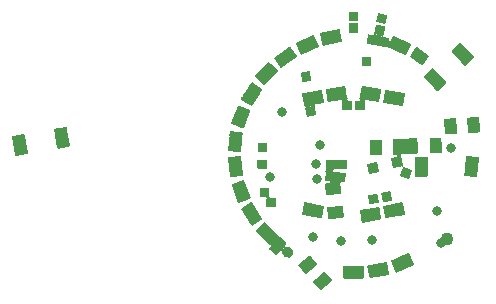
<source format=gbr>
%TF.GenerationSoftware,KiCad,Pcbnew,(5.1.9)-1*%
%TF.CreationDate,2021-06-08T21:22:11+02:00*%
%TF.ProjectId,Stonehenge,53746f6e-6568-4656-9e67-652e6b696361,rev?*%
%TF.SameCoordinates,Original*%
%TF.FileFunction,Soldermask,Top*%
%TF.FilePolarity,Negative*%
%FSLAX46Y46*%
G04 Gerber Fmt 4.6, Leading zero omitted, Abs format (unit mm)*
G04 Created by KiCad (PCBNEW (5.1.9)-1) date 2021-06-08 21:22:11*
%MOMM*%
%LPD*%
G01*
G04 APERTURE LIST*
%ADD10C,0.800000*%
%ADD11C,1.100000*%
%ADD12C,0.100000*%
G04 APERTURE END LIST*
%TO.C,REF\u002A\u002A*%
G36*
G01*
X77897275Y-72483352D02*
X77619438Y-70907660D01*
G75*
G02*
X77659996Y-70849738I49240J8682D01*
G01*
X78644803Y-70676090D01*
G75*
G02*
X78702725Y-70716648I8682J-49240D01*
G01*
X78980562Y-72292340D01*
G75*
G02*
X78940004Y-72350262I-49240J-8682D01*
G01*
X77955197Y-72523910D01*
G75*
G02*
X77897275Y-72483352I-8682J49240D01*
G01*
G37*
G36*
G01*
X74351967Y-73108486D02*
X74074130Y-71532794D01*
G75*
G02*
X74114688Y-71474872I49240J8682D01*
G01*
X75099495Y-71301224D01*
G75*
G02*
X75157417Y-71341782I8682J-49240D01*
G01*
X75435254Y-72917474D01*
G75*
G02*
X75394696Y-72975396I-49240J-8682D01*
G01*
X74409889Y-73149044D01*
G75*
G02*
X74351967Y-73108486I-8682J49240D01*
G01*
G37*
%TD*%
D10*
%TO.C,U1*%
X110080000Y-77830000D03*
X104540000Y-80290000D03*
X101960000Y-80350000D03*
X99600000Y-80040000D03*
X96980000Y-69430000D03*
X110380000Y-80530000D03*
D11*
X110940000Y-80150000D03*
G36*
G01*
X95885770Y-81020814D02*
X96721394Y-80024956D01*
G75*
G02*
X96791835Y-80018793I38302J-32139D01*
G01*
X97328067Y-80468745D01*
G75*
G02*
X97334230Y-80539186I-32139J-38302D01*
G01*
X96498606Y-81535044D01*
G75*
G02*
X96428165Y-81541207I-38302J32139D01*
G01*
X95891933Y-81091255D01*
G75*
G02*
X95885770Y-81020814I32139J38302D01*
G01*
G37*
G36*
G01*
X96996988Y-81050000D02*
X96996988Y-81050000D01*
G75*
G02*
X97611699Y-80885289I389711J-225000D01*
G01*
X97698301Y-80935289D01*
G75*
G02*
X97863012Y-81550000I-225000J-389711D01*
G01*
X97863012Y-81550000D01*
G75*
G02*
X97248301Y-81714711I-389711J225000D01*
G01*
X97161699Y-81664711D01*
G75*
G02*
X96996988Y-81050000I225000J389711D01*
G01*
G37*
G36*
G01*
X99891020Y-82347349D02*
X98971767Y-83118695D01*
G75*
G02*
X98901326Y-83112532I-32139J38302D01*
G01*
X98322817Y-82423092D01*
G75*
G02*
X98328980Y-82352651I38302J32139D01*
G01*
X99248233Y-81581305D01*
G75*
G02*
X99318674Y-81587468I32139J-38302D01*
G01*
X99897183Y-82276908D01*
G75*
G02*
X99891020Y-82347349I-38302J-32139D01*
G01*
G37*
G36*
G01*
X101171020Y-83747349D02*
X100251767Y-84518695D01*
G75*
G02*
X100181326Y-84512532I-32139J38302D01*
G01*
X99602817Y-83823092D01*
G75*
G02*
X99608980Y-83752651I38302J32139D01*
G01*
X100528233Y-82981305D01*
G75*
G02*
X100598674Y-82987468I32139J-38302D01*
G01*
X101177183Y-83676908D01*
G75*
G02*
X101171020Y-83747349I-38302J-32139D01*
G01*
G37*
D10*
X111230000Y-72470000D03*
G36*
G01*
X95630000Y-77460000D02*
X95630000Y-76760000D01*
G75*
G02*
X95680000Y-76710000I50000J0D01*
G01*
X96380000Y-76710000D01*
G75*
G02*
X96430000Y-76760000I0J-50000D01*
G01*
X96430000Y-77460000D01*
G75*
G02*
X96380000Y-77510000I-50000J0D01*
G01*
X95680000Y-77510000D01*
G75*
G02*
X95630000Y-77460000I0J50000D01*
G01*
G37*
X95920000Y-74950000D03*
G36*
G01*
X95090000Y-76580000D02*
X95090000Y-75880000D01*
G75*
G02*
X95140000Y-75830000I50000J0D01*
G01*
X95840000Y-75830000D01*
G75*
G02*
X95890000Y-75880000I0J-50000D01*
G01*
X95890000Y-76580000D01*
G75*
G02*
X95840000Y-76630000I-50000J0D01*
G01*
X95140000Y-76630000D01*
G75*
G02*
X95090000Y-76580000I0J50000D01*
G01*
G37*
G36*
G01*
X94870000Y-74200000D02*
X94870000Y-73500000D01*
G75*
G02*
X94920000Y-73450000I50000J0D01*
G01*
X95620000Y-73450000D01*
G75*
G02*
X95670000Y-73500000I0J-50000D01*
G01*
X95670000Y-74200000D01*
G75*
G02*
X95620000Y-74250000I-50000J0D01*
G01*
X94920000Y-74250000D01*
G75*
G02*
X94870000Y-74200000I0J50000D01*
G01*
G37*
G36*
G01*
X94880000Y-72780000D02*
X94880000Y-72080000D01*
G75*
G02*
X94930000Y-72030000I50000J0D01*
G01*
X95630000Y-72030000D01*
G75*
G02*
X95680000Y-72080000I0J-50000D01*
G01*
X95680000Y-72780000D01*
G75*
G02*
X95630000Y-72830000I-50000J0D01*
G01*
X94930000Y-72830000D01*
G75*
G02*
X94880000Y-72780000I0J50000D01*
G01*
G37*
X100150000Y-72200000D03*
X99850000Y-73790000D03*
X99940000Y-75060000D03*
G36*
G01*
X104981139Y-73677161D02*
X105188194Y-74449902D01*
G75*
G02*
X105152839Y-74511139I-48296J-12941D01*
G01*
X104380098Y-74718194D01*
G75*
G02*
X104318861Y-74682839I-12941J48296D01*
G01*
X104111806Y-73910098D01*
G75*
G02*
X104147161Y-73848861I48296J12941D01*
G01*
X104919902Y-73641806D01*
G75*
G02*
X104981139Y-73677161I12941J-48296D01*
G01*
G37*
G36*
G01*
X107011139Y-73167161D02*
X107218194Y-73939902D01*
G75*
G02*
X107182839Y-74001139I-48296J-12941D01*
G01*
X106410098Y-74208194D01*
G75*
G02*
X106348861Y-74172839I-12941J48296D01*
G01*
X106141806Y-73400098D01*
G75*
G02*
X106177161Y-73338861I48296J12941D01*
G01*
X106949902Y-73131806D01*
G75*
G02*
X107011139Y-73167161I12941J-48296D01*
G01*
G37*
G36*
G01*
X105014700Y-63034776D02*
X104893146Y-63724142D01*
G75*
G02*
X104835224Y-63764700I-49240J8682D01*
G01*
X104145858Y-63643146D01*
G75*
G02*
X104105300Y-63585224I8682J49240D01*
G01*
X104226854Y-62895858D01*
G75*
G02*
X104284776Y-62855300I49240J-8682D01*
G01*
X104974142Y-62976854D01*
G75*
G02*
X105014700Y-63034776I-8682J-49240D01*
G01*
G37*
G36*
G01*
X105984700Y-63204776D02*
X105863146Y-63894142D01*
G75*
G02*
X105805224Y-63934700I-49240J8682D01*
G01*
X105115858Y-63813146D01*
G75*
G02*
X105075300Y-63755224I8682J49240D01*
G01*
X105196854Y-63065858D01*
G75*
G02*
X105254776Y-63025300I49240J-8682D01*
G01*
X105944142Y-63146854D01*
G75*
G02*
X105984700Y-63204776I-8682J-49240D01*
G01*
G37*
G36*
G01*
X103350000Y-61720000D02*
X102650000Y-61720000D01*
G75*
G02*
X102600000Y-61670000I0J50000D01*
G01*
X102600000Y-60970000D01*
G75*
G02*
X102650000Y-60920000I50000J0D01*
G01*
X103350000Y-60920000D01*
G75*
G02*
X103400000Y-60970000I0J-50000D01*
G01*
X103400000Y-61670000D01*
G75*
G02*
X103350000Y-61720000I-50000J0D01*
G01*
G37*
G36*
G01*
X103340000Y-62730000D02*
X102640000Y-62730000D01*
G75*
G02*
X102590000Y-62680000I0J50000D01*
G01*
X102590000Y-61980000D01*
G75*
G02*
X102640000Y-61930000I50000J0D01*
G01*
X103340000Y-61930000D01*
G75*
G02*
X103390000Y-61980000I0J-50000D01*
G01*
X103390000Y-62680000D01*
G75*
G02*
X103340000Y-62730000I-50000J0D01*
G01*
G37*
G36*
G01*
X105655224Y-61964700D02*
X104965858Y-61843146D01*
G75*
G02*
X104925300Y-61785224I8682J49240D01*
G01*
X105046854Y-61095858D01*
G75*
G02*
X105104776Y-61055300I49240J-8682D01*
G01*
X105794142Y-61176854D01*
G75*
G02*
X105834700Y-61234776I-8682J-49240D01*
G01*
X105713146Y-61924142D01*
G75*
G02*
X105655224Y-61964700I-49240J8682D01*
G01*
G37*
G36*
G01*
X105485224Y-62954700D02*
X104795858Y-62833146D01*
G75*
G02*
X104755300Y-62775224I8682J49240D01*
G01*
X104876854Y-62085858D01*
G75*
G02*
X104934776Y-62045300I49240J-8682D01*
G01*
X105624142Y-62166854D01*
G75*
G02*
X105664700Y-62224776I-8682J-49240D01*
G01*
X105543146Y-62914142D01*
G75*
G02*
X105485224Y-62954700I-49240J8682D01*
G01*
G37*
G36*
G01*
X104440000Y-65560000D02*
X103740000Y-65560000D01*
G75*
G02*
X103690000Y-65510000I0J50000D01*
G01*
X103690000Y-64810000D01*
G75*
G02*
X103740000Y-64760000I50000J0D01*
G01*
X104440000Y-64760000D01*
G75*
G02*
X104490000Y-64810000I0J-50000D01*
G01*
X104490000Y-65510000D01*
G75*
G02*
X104440000Y-65560000I-50000J0D01*
G01*
G37*
G36*
G01*
X99404142Y-66763146D02*
X98714776Y-66884700D01*
G75*
G02*
X98656854Y-66844142I-8682J49240D01*
G01*
X98535300Y-66154776D01*
G75*
G02*
X98575858Y-66096854I49240J8682D01*
G01*
X99265224Y-65975300D01*
G75*
G02*
X99323146Y-66015858I8682J-49240D01*
G01*
X99444700Y-66705224D01*
G75*
G02*
X99404142Y-66763146I-49240J-8682D01*
G01*
G37*
G36*
G01*
X106944416Y-74792084D02*
X107183830Y-74134300D01*
G75*
G02*
X107247916Y-74104416I46985J-17101D01*
G01*
X107905700Y-74343830D01*
G75*
G02*
X107935584Y-74407916I-17101J-46985D01*
G01*
X107696170Y-75065700D01*
G75*
G02*
X107632084Y-75095584I-46985J17101D01*
G01*
X106974300Y-74856170D01*
G75*
G02*
X106944416Y-74792084I17101J46985D01*
G01*
G37*
G36*
G01*
X105104142Y-77123146D02*
X104414776Y-77244700D01*
G75*
G02*
X104356854Y-77204142I-8682J49240D01*
G01*
X104235300Y-76514776D01*
G75*
G02*
X104275858Y-76456854I49240J8682D01*
G01*
X104965224Y-76335300D01*
G75*
G02*
X105023146Y-76375858I8682J-49240D01*
G01*
X105144700Y-77065224D01*
G75*
G02*
X105104142Y-77123146I-49240J-8682D01*
G01*
G37*
G36*
G01*
X106224142Y-76923146D02*
X105534776Y-77044700D01*
G75*
G02*
X105476854Y-77004142I-8682J49240D01*
G01*
X105355300Y-76314776D01*
G75*
G02*
X105395858Y-76256854I49240J8682D01*
G01*
X106085224Y-76135300D01*
G75*
G02*
X106143146Y-76175858I8682J-49240D01*
G01*
X106264700Y-76865224D01*
G75*
G02*
X106224142Y-76923146I-49240J-8682D01*
G01*
G37*
G36*
G01*
X99794142Y-69693146D02*
X99104776Y-69814700D01*
G75*
G02*
X99046854Y-69774142I-8682J49240D01*
G01*
X98925300Y-69084776D01*
G75*
G02*
X98965858Y-69026854I49240J8682D01*
G01*
X99655224Y-68905300D01*
G75*
G02*
X99713146Y-68945858I8682J-49240D01*
G01*
X99834700Y-69635224D01*
G75*
G02*
X99794142Y-69693146I-49240J-8682D01*
G01*
G37*
G36*
G01*
X103900000Y-69280000D02*
X103200000Y-69280000D01*
G75*
G02*
X103150000Y-69230000I0J50000D01*
G01*
X103150000Y-68530000D01*
G75*
G02*
X103200000Y-68480000I50000J0D01*
G01*
X103900000Y-68480000D01*
G75*
G02*
X103950000Y-68530000I0J-50000D01*
G01*
X103950000Y-69230000D01*
G75*
G02*
X103900000Y-69280000I-50000J0D01*
G01*
G37*
G36*
G01*
X102800000Y-69270000D02*
X102100000Y-69270000D01*
G75*
G02*
X102050000Y-69220000I0J50000D01*
G01*
X102050000Y-68520000D01*
G75*
G02*
X102100000Y-68470000I50000J0D01*
G01*
X102800000Y-68470000D01*
G75*
G02*
X102850000Y-68520000I0J-50000D01*
G01*
X102850000Y-69220000D01*
G75*
G02*
X102800000Y-69270000I-50000J0D01*
G01*
G37*
G36*
G01*
X101630000Y-74240000D02*
X101630000Y-73540000D01*
G75*
G02*
X101680000Y-73490000I50000J0D01*
G01*
X102380000Y-73490000D01*
G75*
G02*
X102430000Y-73540000I0J-50000D01*
G01*
X102430000Y-74240000D01*
G75*
G02*
X102380000Y-74290000I-50000J0D01*
G01*
X101680000Y-74290000D01*
G75*
G02*
X101630000Y-74240000I0J50000D01*
G01*
G37*
G36*
G01*
X100640000Y-74240000D02*
X100640000Y-73540000D01*
G75*
G02*
X100690000Y-73490000I50000J0D01*
G01*
X101390000Y-73490000D01*
G75*
G02*
X101440000Y-73540000I0J-50000D01*
G01*
X101440000Y-74240000D01*
G75*
G02*
X101390000Y-74290000I-50000J0D01*
G01*
X100690000Y-74290000D01*
G75*
G02*
X100640000Y-74240000I0J50000D01*
G01*
G37*
G36*
G01*
X101501017Y-75263806D02*
X101562026Y-74566469D01*
G75*
G02*
X101616194Y-74521017I49810J-4358D01*
G01*
X102313531Y-74582026D01*
G75*
G02*
X102358983Y-74636194I-4358J-49810D01*
G01*
X102297974Y-75333531D01*
G75*
G02*
X102243806Y-75378983I-49810J4358D01*
G01*
X101546469Y-75317974D01*
G75*
G02*
X101501017Y-75263806I4358J49810D01*
G01*
G37*
G36*
G01*
X100571017Y-75173806D02*
X100632026Y-74476469D01*
G75*
G02*
X100686194Y-74431017I49810J-4358D01*
G01*
X101383531Y-74492026D01*
G75*
G02*
X101428983Y-74546194I-4358J-49810D01*
G01*
X101367974Y-75243531D01*
G75*
G02*
X101313806Y-75288983I-49810J4358D01*
G01*
X100616469Y-75227974D01*
G75*
G02*
X100571017Y-75173806I4358J49810D01*
G01*
G37*
G36*
G01*
X112712087Y-71155346D02*
X112649284Y-69956990D01*
G75*
G02*
X112696598Y-69904442I49931J2617D01*
G01*
X113595365Y-69857340D01*
G75*
G02*
X113647913Y-69904654I2617J-49931D01*
G01*
X113710716Y-71103010D01*
G75*
G02*
X113663402Y-71155558I-49931J-2617D01*
G01*
X112764635Y-71202660D01*
G75*
G02*
X112712087Y-71155346I-2617J49931D01*
G01*
G37*
G36*
G01*
X110762087Y-71265346D02*
X110699284Y-70066990D01*
G75*
G02*
X110746598Y-70014442I49931J2617D01*
G01*
X111645365Y-69967340D01*
G75*
G02*
X111697913Y-70014654I2617J-49931D01*
G01*
X111760716Y-71213010D01*
G75*
G02*
X111713402Y-71265558I-49931J-2617D01*
G01*
X110814635Y-71312660D01*
G75*
G02*
X110762087Y-71265346I-2617J49931D01*
G01*
G37*
G36*
G01*
X92382368Y-72699020D02*
X92521817Y-71105108D01*
G75*
G02*
X92575985Y-71059656I49810J-4358D01*
G01*
X93572180Y-71146812D01*
G75*
G02*
X93617632Y-71200980I-4358J-49810D01*
G01*
X93478183Y-72794892D01*
G75*
G02*
X93424015Y-72840344I-49810J4358D01*
G01*
X92427820Y-72753188D01*
G75*
G02*
X92382368Y-72699020I4358J49810D01*
G01*
G37*
G36*
G01*
X92521817Y-74894892D02*
X92382368Y-73300980D01*
G75*
G02*
X92427820Y-73246812I49810J4358D01*
G01*
X93424015Y-73159656D01*
G75*
G02*
X93478183Y-73205108I4358J-49810D01*
G01*
X93617632Y-74799020D01*
G75*
G02*
X93572180Y-74853188I-49810J-4358D01*
G01*
X92575985Y-74940344D01*
G75*
G02*
X92521817Y-74894892I-4358J49810D01*
G01*
G37*
G36*
G01*
X93263225Y-77103966D02*
X92689836Y-75610238D01*
G75*
G02*
X92718597Y-75545641I46679J17918D01*
G01*
X93652178Y-75187273D01*
G75*
G02*
X93716775Y-75216034I17918J-46679D01*
G01*
X94290164Y-76709762D01*
G75*
G02*
X94261403Y-76774359I-46679J-17918D01*
G01*
X93327822Y-77132727D01*
G75*
G02*
X93263225Y-77103966I-17918J46679D01*
G01*
G37*
G36*
G01*
X94347509Y-79029894D02*
X93499639Y-77673017D01*
G75*
G02*
X93515545Y-77604119I42402J26496D01*
G01*
X94363593Y-77074200D01*
G75*
G02*
X94432491Y-77090106I26496J-42402D01*
G01*
X95280361Y-78446983D01*
G75*
G02*
X95264455Y-78515881I-42402J-26496D01*
G01*
X94416407Y-79045800D01*
G75*
G02*
X94347509Y-79029894I-26496J42402D01*
G01*
G37*
G36*
G01*
X95823354Y-80700182D02*
X94732156Y-79530016D01*
G75*
G02*
X94734624Y-79459348I36568J34100D01*
G01*
X95465978Y-78777350D01*
G75*
G02*
X95536646Y-78779818I34100J-36568D01*
G01*
X96627844Y-79949984D01*
G75*
G02*
X96625376Y-80020652I-36568J-34100D01*
G01*
X95894022Y-80702650D01*
G75*
G02*
X95823354Y-80700182I-34100J36568D01*
G01*
G37*
G36*
G01*
X92669836Y-70399762D02*
X93243225Y-68906034D01*
G75*
G02*
X93307822Y-68877273I46679J-17918D01*
G01*
X94241403Y-69235641D01*
G75*
G02*
X94270164Y-69300238I-17918J-46679D01*
G01*
X93696775Y-70793966D01*
G75*
G02*
X93632178Y-70822727I-46679J17918D01*
G01*
X92698597Y-70464359D01*
G75*
G02*
X92669836Y-70399762I17918J46679D01*
G01*
G37*
G36*
G01*
X93499639Y-68306983D02*
X94347509Y-66950106D01*
G75*
G02*
X94416407Y-66934200I42402J-26496D01*
G01*
X95264455Y-67464119D01*
G75*
G02*
X95280361Y-67533017I-26496J-42402D01*
G01*
X94432491Y-68889894D01*
G75*
G02*
X94363593Y-68905800I-42402J26496D01*
G01*
X93515545Y-68375881D01*
G75*
G02*
X93499639Y-68306983I26496J42402D01*
G01*
G37*
G36*
G01*
X94702156Y-66399984D02*
X95793354Y-65229818D01*
G75*
G02*
X95864022Y-65227350I36568J-34100D01*
G01*
X96595376Y-65909348D01*
G75*
G02*
X96597844Y-65980016I-34100J-36568D01*
G01*
X95506646Y-67150182D01*
G75*
G02*
X95435978Y-67152650I-36568J34100D01*
G01*
X94704624Y-66470652D01*
G75*
G02*
X94702156Y-66399984I34100J36568D01*
G01*
G37*
G36*
G01*
X96259505Y-64825269D02*
X97553932Y-63884812D01*
G75*
G02*
X97623772Y-63895874I29389J-40451D01*
G01*
X98211557Y-64704891D01*
G75*
G02*
X98200495Y-64774731I-40451J-29389D01*
G01*
X96906068Y-65715188D01*
G75*
G02*
X96836228Y-65704126I-29389J40451D01*
G01*
X96248443Y-64895109D01*
G75*
G02*
X96259505Y-64825269I40451J29389D01*
G01*
G37*
G36*
G01*
X98132514Y-63609626D02*
X99582606Y-62933436D01*
G75*
G02*
X99649052Y-62957620I21131J-45315D01*
G01*
X100071670Y-63863928D01*
G75*
G02*
X100047486Y-63930374I-45315J-21131D01*
G01*
X98597394Y-64606564D01*
G75*
G02*
X98530948Y-64582380I-21131J45315D01*
G01*
X98108330Y-63676072D01*
G75*
G02*
X98132514Y-63609626I45315J21131D01*
G01*
G37*
G36*
G01*
X100203130Y-62728349D02*
X101768166Y-62395690D01*
G75*
G02*
X101827469Y-62434201I10396J-48907D01*
G01*
X102035381Y-63412348D01*
G75*
G02*
X101996870Y-63471651I-48907J-10396D01*
G01*
X100431834Y-63804310D01*
G75*
G02*
X100372531Y-63765799I-10396J48907D01*
G01*
X100164619Y-62787652D01*
G75*
G02*
X100203130Y-62728349I48907J10396D01*
G01*
G37*
G36*
G01*
X100453352Y-68652725D02*
X98877660Y-68930562D01*
G75*
G02*
X98819738Y-68890004I-8682J49240D01*
G01*
X98646090Y-67905197D01*
G75*
G02*
X98686648Y-67847275I49240J8682D01*
G01*
X100262340Y-67569438D01*
G75*
G02*
X100320262Y-67609996I8682J-49240D01*
G01*
X100493910Y-68594803D01*
G75*
G02*
X100453352Y-68652725I-49240J-8682D01*
G01*
G37*
G36*
G01*
X102443352Y-68292725D02*
X100867660Y-68570562D01*
G75*
G02*
X100809738Y-68530004I-8682J49240D01*
G01*
X100636090Y-67545197D01*
G75*
G02*
X100676648Y-67487275I49240J8682D01*
G01*
X102252340Y-67209438D01*
G75*
G02*
X102310262Y-67249996I8682J-49240D01*
G01*
X102483910Y-68234803D01*
G75*
G02*
X102443352Y-68292725I-49240J-8682D01*
G01*
G37*
G36*
G01*
X105132340Y-68570562D02*
X103556648Y-68292725D01*
G75*
G02*
X103516090Y-68234803I8682J49240D01*
G01*
X103689738Y-67249996D01*
G75*
G02*
X103747660Y-67209438I49240J-8682D01*
G01*
X105323352Y-67487275D01*
G75*
G02*
X105363910Y-67545197I-8682J-49240D01*
G01*
X105190262Y-68530004D01*
G75*
G02*
X105132340Y-68570562I-49240J8682D01*
G01*
G37*
G36*
G01*
X107122340Y-68930562D02*
X105546648Y-68652725D01*
G75*
G02*
X105506090Y-68594803I8682J49240D01*
G01*
X105679738Y-67609996D01*
G75*
G02*
X105737660Y-67569438I49240J-8682D01*
G01*
X107313352Y-67847275D01*
G75*
G02*
X107353910Y-67905197I-8682J-49240D01*
G01*
X107180262Y-68890004D01*
G75*
G02*
X107122340Y-68930562I-49240J8682D01*
G01*
G37*
G36*
G01*
X109300000Y-73250000D02*
X109300000Y-74850000D01*
G75*
G02*
X109250000Y-74900000I-50000J0D01*
G01*
X108250000Y-74900000D01*
G75*
G02*
X108200000Y-74850000I0J50000D01*
G01*
X108200000Y-73250000D01*
G75*
G02*
X108250000Y-73200000I50000J0D01*
G01*
X109250000Y-73200000D01*
G75*
G02*
X109300000Y-73250000I0J-50000D01*
G01*
G37*
G36*
G01*
X105546648Y-77347275D02*
X107122340Y-77069438D01*
G75*
G02*
X107180262Y-77109996I8682J-49240D01*
G01*
X107353910Y-78094803D01*
G75*
G02*
X107313352Y-78152725I-49240J-8682D01*
G01*
X105737660Y-78430562D01*
G75*
G02*
X105679738Y-78390004I-8682J49240D01*
G01*
X105506090Y-77405197D01*
G75*
G02*
X105546648Y-77347275I49240J8682D01*
G01*
G37*
G36*
G01*
X103556648Y-77707275D02*
X105132340Y-77429438D01*
G75*
G02*
X105190262Y-77469996I8682J-49240D01*
G01*
X105363910Y-78454803D01*
G75*
G02*
X105323352Y-78512725I-49240J-8682D01*
G01*
X103747660Y-78790562D01*
G75*
G02*
X103689738Y-78750004I-8682J49240D01*
G01*
X103516090Y-77765197D01*
G75*
G02*
X103556648Y-77707275I49240J8682D01*
G01*
G37*
G36*
G01*
X98877660Y-77069438D02*
X100453352Y-77347275D01*
G75*
G02*
X100493910Y-77405197I-8682J-49240D01*
G01*
X100320262Y-78390004D01*
G75*
G02*
X100262340Y-78430562I-49240J8682D01*
G01*
X98686648Y-78152725D01*
G75*
G02*
X98646090Y-78094803I8682J49240D01*
G01*
X98819738Y-77109996D01*
G75*
G02*
X98877660Y-77069438I49240J-8682D01*
G01*
G37*
G36*
G01*
X106000246Y-83207247D02*
X104429643Y-83512542D01*
G75*
G02*
X104371022Y-83473001I-9540J49081D01*
G01*
X104180213Y-82491374D01*
G75*
G02*
X104219754Y-82432753I49081J9540D01*
G01*
X105790357Y-82127458D01*
G75*
G02*
X105848978Y-82166999I9540J-49081D01*
G01*
X106039787Y-83148626D01*
G75*
G02*
X106000246Y-83207247I-49081J-9540D01*
G01*
G37*
G36*
G01*
X108084542Y-82367060D02*
X106622869Y-83017839D01*
G75*
G02*
X106556855Y-82992499I-20337J45677D01*
G01*
X106150118Y-82078954D01*
G75*
G02*
X106175458Y-82012940I45677J20337D01*
G01*
X107637131Y-81362161D01*
G75*
G02*
X107703145Y-81387501I20337J-45677D01*
G01*
X108109882Y-82301046D01*
G75*
G02*
X108084542Y-82367060I-45677J-20337D01*
G01*
G37*
G36*
G01*
X102200000Y-82450000D02*
X103800000Y-82450000D01*
G75*
G02*
X103850000Y-82500000I0J-50000D01*
G01*
X103850000Y-83500000D01*
G75*
G02*
X103800000Y-83550000I-50000J0D01*
G01*
X102200000Y-83550000D01*
G75*
G02*
X102150000Y-83500000I0J50000D01*
G01*
X102150000Y-82500000D01*
G75*
G02*
X102200000Y-82450000I50000J0D01*
G01*
G37*
G36*
G01*
X106407394Y-62953436D02*
X107857486Y-63629626D01*
G75*
G02*
X107881670Y-63696072I-21131J-45315D01*
G01*
X107459052Y-64602380D01*
G75*
G02*
X107392606Y-64626564I-45315J21131D01*
G01*
X105942514Y-63950374D01*
G75*
G02*
X105918330Y-63883928I21131J45315D01*
G01*
X106340948Y-62977620D01*
G75*
G02*
X106407394Y-62953436I45315J-21131D01*
G01*
G37*
G36*
G01*
X113617632Y-73300980D02*
X113478183Y-74894892D01*
G75*
G02*
X113424015Y-74940344I-49810J4358D01*
G01*
X112427820Y-74853188D01*
G75*
G02*
X112382368Y-74799020I4358J49810D01*
G01*
X112521817Y-73205108D01*
G75*
G02*
X112575985Y-73159656I49810J-4358D01*
G01*
X113572180Y-73246812D01*
G75*
G02*
X113617632Y-73300980I-4358J-49810D01*
G01*
G37*
G36*
G01*
X108398482Y-63952820D02*
X109369303Y-64658163D01*
G75*
G02*
X109380365Y-64728003I-29389J-40451D01*
G01*
X108851358Y-65456118D01*
G75*
G02*
X108781518Y-65467180I-40451J29389D01*
G01*
X107810697Y-64761837D01*
G75*
G02*
X107799635Y-64691997I29389J40451D01*
G01*
X108328642Y-63963882D01*
G75*
G02*
X108398482Y-63952820I40451J-29389D01*
G01*
G37*
G36*
G01*
X102111295Y-78365804D02*
X100915861Y-78470391D01*
G75*
G02*
X100861693Y-78424939I-4358J49810D01*
G01*
X100783253Y-77528364D01*
G75*
G02*
X100828705Y-77474196I49810J4358D01*
G01*
X102024139Y-77369609D01*
G75*
G02*
X102078307Y-77415061I4358J-49810D01*
G01*
X102156747Y-78311636D01*
G75*
G02*
X102111295Y-78365804I-49810J-4358D01*
G01*
G37*
G36*
G01*
X101911295Y-76375804D02*
X100715861Y-76480391D01*
G75*
G02*
X100661693Y-76434939I-4358J49810D01*
G01*
X100583253Y-75538364D01*
G75*
G02*
X100628705Y-75484196I49810J4358D01*
G01*
X101824139Y-75379609D01*
G75*
G02*
X101878307Y-75425061I4358J-49810D01*
G01*
X101956747Y-76321636D01*
G75*
G02*
X101911295Y-76375804I-49810J-4358D01*
G01*
G37*
G36*
G01*
X109481244Y-72887084D02*
X109439364Y-71687815D01*
G75*
G02*
X109487589Y-71636100I49970J1745D01*
G01*
X110387041Y-71604691D01*
G75*
G02*
X110438756Y-71652916I1745J-49970D01*
G01*
X110480636Y-72852185D01*
G75*
G02*
X110432411Y-72903900I-49970J-1745D01*
G01*
X109532959Y-72935309D01*
G75*
G02*
X109481244Y-72887084I-1745J49970D01*
G01*
G37*
G36*
G01*
X107451244Y-72937084D02*
X107409364Y-71737815D01*
G75*
G02*
X107457589Y-71686100I49970J1745D01*
G01*
X108357041Y-71654691D01*
G75*
G02*
X108408756Y-71702916I1745J-49970D01*
G01*
X108450636Y-72902185D01*
G75*
G02*
X108402411Y-72953900I-49970J-1745D01*
G01*
X107502959Y-72985309D01*
G75*
G02*
X107451244Y-72937084I-1745J49970D01*
G01*
G37*
G36*
G01*
X106361244Y-72977084D02*
X106319364Y-71777815D01*
G75*
G02*
X106367589Y-71726100I49970J1745D01*
G01*
X107267041Y-71694691D01*
G75*
G02*
X107318756Y-71742916I1745J-49970D01*
G01*
X107360636Y-72942185D01*
G75*
G02*
X107312411Y-72993900I-49970J-1745D01*
G01*
X106412959Y-73025309D01*
G75*
G02*
X106361244Y-72977084I-1745J49970D01*
G01*
G37*
G36*
G01*
X104431244Y-73057084D02*
X104389364Y-71857815D01*
G75*
G02*
X104437589Y-71806100I49970J1745D01*
G01*
X105337041Y-71774691D01*
G75*
G02*
X105388756Y-71822916I1745J-49970D01*
G01*
X105430636Y-73022185D01*
G75*
G02*
X105382411Y-73073900I-49970J-1745D01*
G01*
X104482959Y-73105309D01*
G75*
G02*
X104431244Y-73057084I-1745J49970D01*
G01*
G37*
G36*
G01*
X109766646Y-65729818D02*
X110857844Y-66899984D01*
G75*
G02*
X110855376Y-66970652I-36568J-34100D01*
G01*
X110124022Y-67652650D01*
G75*
G02*
X110053354Y-67650182I-34100J36568D01*
G01*
X108962156Y-66480016D01*
G75*
G02*
X108964624Y-66409348I36568J34100D01*
G01*
X109695978Y-65727350D01*
G75*
G02*
X109766646Y-65729818I34100J-36568D01*
G01*
G37*
G36*
G01*
X112116646Y-63609818D02*
X113207844Y-64779984D01*
G75*
G02*
X113205376Y-64850652I-36568J-34100D01*
G01*
X112474022Y-65532650D01*
G75*
G02*
X112403354Y-65530182I-34100J36568D01*
G01*
X111312156Y-64360016D01*
G75*
G02*
X111314624Y-64289348I36568J34100D01*
G01*
X112045978Y-63607350D01*
G75*
G02*
X112116646Y-63609818I34100J-36568D01*
G01*
G37*
%TD*%
D12*
G36*
X97226245Y-80669432D02*
G01*
X97226017Y-80671245D01*
X97215058Y-80687265D01*
X97207516Y-80704926D01*
X97203563Y-80723725D01*
X97203354Y-80742933D01*
X97206896Y-80761817D01*
X97214052Y-80779639D01*
X97224548Y-80795726D01*
X97237986Y-80809460D01*
X97253841Y-80820306D01*
X97271502Y-80827848D01*
X97290265Y-80831794D01*
X97313668Y-80831155D01*
X97315427Y-80832107D01*
X97315482Y-80834106D01*
X97314049Y-80835127D01*
X97270753Y-80842275D01*
X97188558Y-80873210D01*
X97113983Y-80919583D01*
X97049885Y-80979618D01*
X96998729Y-81051005D01*
X96962484Y-81130997D01*
X96942542Y-81216526D01*
X96940342Y-81283722D01*
X96939286Y-81285421D01*
X96937287Y-81285355D01*
X96936347Y-81283788D01*
X96935399Y-81269322D01*
X96930428Y-81250769D01*
X96921932Y-81233540D01*
X96910238Y-81218300D01*
X96895794Y-81205632D01*
X96879162Y-81196030D01*
X96860970Y-81189854D01*
X96841926Y-81187348D01*
X96822757Y-81188604D01*
X96804204Y-81193575D01*
X96786975Y-81202071D01*
X96771701Y-81213792D01*
X96763614Y-81222332D01*
X96723379Y-81270281D01*
X96721500Y-81270965D01*
X96719968Y-81269679D01*
X96720315Y-81267709D01*
X97222834Y-80668830D01*
X97224713Y-80668146D01*
X97226245Y-80669432D01*
G37*
G36*
X95810850Y-79070933D02*
G01*
X96634509Y-79954199D01*
X96648998Y-79966962D01*
X96665615Y-79976604D01*
X96683788Y-79982817D01*
X96702826Y-79985366D01*
X96721999Y-79984151D01*
X96740564Y-79979220D01*
X96743953Y-79977558D01*
X96746119Y-79977822D01*
X96754820Y-79985123D01*
X96755504Y-79987002D01*
X96755066Y-79987941D01*
X96033984Y-80847292D01*
X96032105Y-80847976D01*
X96030573Y-80846690D01*
X96030801Y-80844877D01*
X96041759Y-80828858D01*
X96049301Y-80811197D01*
X96053254Y-80792398D01*
X96053463Y-80773189D01*
X96049921Y-80754307D01*
X96042765Y-80736484D01*
X96032269Y-80720397D01*
X96018831Y-80706663D01*
X96002976Y-80695817D01*
X95985315Y-80688275D01*
X95966516Y-80684322D01*
X95947307Y-80684113D01*
X95928425Y-80687655D01*
X95910634Y-80694798D01*
X95888802Y-80710227D01*
X95886811Y-80710410D01*
X95885656Y-80708777D01*
X95886284Y-80707131D01*
X96659116Y-79986453D01*
X95807924Y-79073661D01*
X95807474Y-79071712D01*
X95808937Y-79070348D01*
X95810850Y-79070933D01*
G37*
G36*
X94407691Y-77046643D02*
G01*
X94606117Y-77364191D01*
X94771935Y-77629555D01*
X95228609Y-78360386D01*
X95299408Y-78473689D01*
X95308554Y-78488325D01*
X95307918Y-78491081D01*
X94375065Y-79073993D01*
X94373066Y-79074063D01*
X94372309Y-79073357D01*
X94166698Y-78744310D01*
X94008065Y-78490445D01*
X93998920Y-78475809D01*
X93928120Y-78362506D01*
X93471446Y-77631675D01*
X93471543Y-77631251D01*
X93475898Y-77631251D01*
X93931512Y-78360386D01*
X94002312Y-78473689D01*
X94011457Y-78488325D01*
X94170090Y-78742190D01*
X94374641Y-79069540D01*
X95304102Y-78488749D01*
X95296016Y-78475809D01*
X95225217Y-78362506D01*
X94768543Y-77631675D01*
X94602725Y-77366311D01*
X94405359Y-77050460D01*
X93898873Y-77366947D01*
X93475898Y-77631251D01*
X93471543Y-77631251D01*
X93472082Y-77628919D01*
X93896753Y-77363555D01*
X94404935Y-77046007D01*
X94406934Y-77045937D01*
X94407691Y-77046643D01*
G37*
G36*
X95891990Y-76609805D02*
G01*
X95893891Y-76629115D01*
X95899469Y-76647500D01*
X95908524Y-76664441D01*
X95920710Y-76679290D01*
X95935559Y-76691476D01*
X95952500Y-76700531D01*
X95970885Y-76706109D01*
X95990195Y-76708010D01*
X95991821Y-76709175D01*
X95991625Y-76711165D01*
X95989999Y-76712000D01*
X95632000Y-76712000D01*
X95632000Y-76729999D01*
X95631000Y-76731731D01*
X95629000Y-76731731D01*
X95628010Y-76730195D01*
X95626109Y-76710885D01*
X95620531Y-76692500D01*
X95611476Y-76675559D01*
X95599290Y-76660710D01*
X95584441Y-76648524D01*
X95567500Y-76639469D01*
X95549115Y-76633891D01*
X95529805Y-76631990D01*
X95528179Y-76630825D01*
X95528375Y-76628835D01*
X95530001Y-76628000D01*
X95888000Y-76628000D01*
X95888000Y-76610001D01*
X95889000Y-76608269D01*
X95891000Y-76608269D01*
X95891990Y-76609805D01*
G37*
G36*
X101366445Y-74289000D02*
G01*
X101366445Y-74291000D01*
X101364909Y-74291990D01*
X101345599Y-74293891D01*
X101327214Y-74299469D01*
X101310273Y-74308524D01*
X101295424Y-74320710D01*
X101283238Y-74335559D01*
X101274183Y-74352500D01*
X101268605Y-74370885D01*
X101266723Y-74389999D01*
X101268605Y-74409113D01*
X101274183Y-74427498D01*
X101283238Y-74444439D01*
X101295424Y-74459288D01*
X101310273Y-74471474D01*
X101327214Y-74480529D01*
X101345640Y-74486119D01*
X101356234Y-74487630D01*
X101493162Y-74499610D01*
X101494081Y-74499927D01*
X101495676Y-74500968D01*
X101513500Y-74508124D01*
X101532489Y-74511686D01*
X102363515Y-74584392D01*
X102365154Y-74585539D01*
X102365333Y-74586558D01*
X102333984Y-74944875D01*
X102333984Y-74944876D01*
X102309582Y-75223790D01*
X102306661Y-75257176D01*
X102305616Y-75269122D01*
X102304648Y-75280190D01*
X102303482Y-75293514D01*
X102303422Y-75294202D01*
X102301708Y-75313790D01*
X102300394Y-75328811D01*
X102298708Y-75348078D01*
X102297931Y-75356965D01*
X102297931Y-75356969D01*
X102297912Y-75357182D01*
X102297559Y-75361212D01*
X102296993Y-75367681D01*
X102296886Y-75368910D01*
X102296886Y-75368911D01*
X102296316Y-75375425D01*
X102295917Y-75379979D01*
X102295608Y-75383515D01*
X102293442Y-75385333D01*
X101990074Y-75358792D01*
X101970761Y-75359002D01*
X101951962Y-75362955D01*
X101934300Y-75370497D01*
X101918446Y-75381343D01*
X101905008Y-75395077D01*
X101894512Y-75411164D01*
X101887356Y-75428987D01*
X101883812Y-75447882D01*
X101883812Y-75465124D01*
X101882812Y-75466856D01*
X101880812Y-75466856D01*
X101879820Y-75465298D01*
X101872131Y-75377417D01*
X100581062Y-75490372D01*
X100658130Y-76371272D01*
X100657285Y-76373084D01*
X100655293Y-76373259D01*
X100654146Y-76371620D01*
X100576903Y-75488728D01*
X100578721Y-75486562D01*
X100947982Y-75454255D01*
X100966968Y-75450694D01*
X100984791Y-75443538D01*
X101000878Y-75433042D01*
X101014612Y-75419604D01*
X101025458Y-75403749D01*
X101033000Y-75386088D01*
X101036953Y-75367289D01*
X101037162Y-75348080D01*
X101033620Y-75329198D01*
X101026634Y-75311798D01*
X101498826Y-75311798D01*
X102291798Y-75381174D01*
X102291933Y-75379631D01*
X102292332Y-75375077D01*
X102292902Y-75368563D01*
X102293009Y-75367333D01*
X102293575Y-75360864D01*
X102293928Y-75356830D01*
X102293928Y-75356826D01*
X102293947Y-75356613D01*
X102294724Y-75347730D01*
X102296410Y-75328463D01*
X102297724Y-75313442D01*
X102299438Y-75293854D01*
X102299498Y-75293166D01*
X102300664Y-75279842D01*
X102301632Y-75268774D01*
X102302677Y-75256828D01*
X102305598Y-75223442D01*
X102330000Y-74944528D01*
X102330000Y-74944527D01*
X102361174Y-74588202D01*
X101568202Y-74518826D01*
X101498826Y-75311798D01*
X101026634Y-75311798D01*
X101026464Y-75311375D01*
X101015968Y-75295288D01*
X101002530Y-75281554D01*
X100986675Y-75270708D01*
X100969026Y-75263171D01*
X100947971Y-75258984D01*
X100566485Y-75225608D01*
X100564846Y-75224461D01*
X100564667Y-75223442D01*
X100564810Y-75221798D01*
X100568826Y-75221798D01*
X101361798Y-75291174D01*
X101431174Y-74498202D01*
X100638201Y-74428826D01*
X100635397Y-74460884D01*
X100634309Y-74473320D01*
X100631819Y-74501777D01*
X100630502Y-74516835D01*
X100568826Y-75221798D01*
X100564810Y-75221798D01*
X100626518Y-74516486D01*
X100627835Y-74501428D01*
X100630325Y-74472971D01*
X100631413Y-74460535D01*
X100634251Y-74428093D01*
X100637623Y-74389554D01*
X100638000Y-74380922D01*
X100638000Y-74290000D01*
X100639000Y-74288268D01*
X100640000Y-74288000D01*
X101364713Y-74288000D01*
X101366445Y-74289000D01*
G37*
G36*
X113622164Y-73249178D02*
G01*
X113623982Y-73251344D01*
X113559500Y-73988372D01*
X113555499Y-74034103D01*
X113555303Y-74036345D01*
X113550163Y-74095093D01*
X113547268Y-74128185D01*
X113547234Y-74128575D01*
X113547234Y-74128576D01*
X113543860Y-74167140D01*
X113533096Y-74290174D01*
X113532928Y-74292095D01*
X113532430Y-74297786D01*
X113527695Y-74351905D01*
X113526054Y-74370664D01*
X113524375Y-74389852D01*
X113524347Y-74390173D01*
X113522640Y-74409682D01*
X113520999Y-74428441D01*
X113518161Y-74460883D01*
X113517073Y-74473319D01*
X113516264Y-74482560D01*
X113514583Y-74501776D01*
X113514483Y-74502924D01*
X113513266Y-74516834D01*
X113507166Y-74586558D01*
X113485059Y-74839243D01*
X113484205Y-74849004D01*
X113475817Y-74944876D01*
X113473651Y-74946694D01*
X112377836Y-74850822D01*
X112376197Y-74849675D01*
X112376018Y-74848656D01*
X112376161Y-74847012D01*
X112380177Y-74847012D01*
X113472007Y-74942535D01*
X113480221Y-74848656D01*
X113481075Y-74838895D01*
X113503182Y-74586210D01*
X113509282Y-74516486D01*
X113510499Y-74502576D01*
X113510599Y-74501428D01*
X113512280Y-74482212D01*
X113513089Y-74472971D01*
X113514177Y-74460535D01*
X113517015Y-74428093D01*
X113518656Y-74409334D01*
X113520363Y-74389825D01*
X113520391Y-74389504D01*
X113522070Y-74370316D01*
X113523711Y-74351557D01*
X113528446Y-74297438D01*
X113528944Y-74291747D01*
X113529112Y-74289826D01*
X113539876Y-74166792D01*
X113543250Y-74128228D01*
X113543284Y-74127838D01*
X113543284Y-74127837D01*
X113546179Y-74094745D01*
X113551319Y-74035997D01*
X113551515Y-74033755D01*
X113555516Y-73988024D01*
X113619823Y-73252988D01*
X112527993Y-73157465D01*
X112527024Y-73168532D01*
X112525630Y-73184466D01*
X112524458Y-73197867D01*
X112523552Y-73208218D01*
X112519779Y-73251344D01*
X112456161Y-73978504D01*
X112455298Y-73988372D01*
X112451297Y-74034103D01*
X112451101Y-74036345D01*
X112450871Y-74038970D01*
X112445961Y-74095093D01*
X112443066Y-74128185D01*
X112441319Y-74148150D01*
X112423493Y-74351905D01*
X112420173Y-74389852D01*
X112420145Y-74390173D01*
X112418438Y-74409682D01*
X112416797Y-74428441D01*
X112410381Y-74501776D01*
X112380177Y-74847012D01*
X112376161Y-74847012D01*
X112406397Y-74501428D01*
X112412813Y-74428093D01*
X112414454Y-74409334D01*
X112416161Y-74389825D01*
X112416189Y-74389504D01*
X112419509Y-74351557D01*
X112437335Y-74147802D01*
X112439082Y-74127837D01*
X112441977Y-74094745D01*
X112446887Y-74038622D01*
X112447117Y-74035997D01*
X112447313Y-74033755D01*
X112451314Y-73988024D01*
X112452177Y-73978156D01*
X112515795Y-73250996D01*
X112519568Y-73207870D01*
X112520474Y-73197519D01*
X112521646Y-73184118D01*
X112523040Y-73168184D01*
X112524183Y-73155124D01*
X112526349Y-73153306D01*
X113622164Y-73249178D01*
G37*
G36*
X93475817Y-73155124D02*
G01*
X93476960Y-73168184D01*
X93478354Y-73184118D01*
X93479526Y-73197519D01*
X93480432Y-73207870D01*
X93484205Y-73250996D01*
X93547823Y-73978156D01*
X93548686Y-73988024D01*
X93552687Y-74033755D01*
X93552883Y-74035997D01*
X93553113Y-74038622D01*
X93558023Y-74094745D01*
X93560918Y-74127837D01*
X93562665Y-74147802D01*
X93580491Y-74351557D01*
X93583811Y-74389504D01*
X93583839Y-74389825D01*
X93585546Y-74409334D01*
X93587187Y-74428093D01*
X93593603Y-74501428D01*
X93623982Y-74848656D01*
X93623137Y-74850468D01*
X93622164Y-74850822D01*
X92526349Y-74946694D01*
X92524183Y-74944876D01*
X92515795Y-74849004D01*
X92514941Y-74839243D01*
X92492834Y-74586558D01*
X92486734Y-74516834D01*
X92485517Y-74502924D01*
X92485417Y-74501776D01*
X92483736Y-74482560D01*
X92482927Y-74473319D01*
X92481839Y-74460883D01*
X92479001Y-74428441D01*
X92477360Y-74409682D01*
X92475653Y-74390173D01*
X92475625Y-74389852D01*
X92473946Y-74370664D01*
X92472305Y-74351905D01*
X92467570Y-74297786D01*
X92467072Y-74292095D01*
X92466904Y-74290174D01*
X92456140Y-74167140D01*
X92452766Y-74128576D01*
X92452766Y-74128575D01*
X92452732Y-74128184D01*
X92449837Y-74095093D01*
X92444697Y-74036345D01*
X92444501Y-74034103D01*
X92440500Y-73988372D01*
X92376162Y-73252988D01*
X92380177Y-73252988D01*
X92444484Y-73988024D01*
X92448485Y-74033755D01*
X92448681Y-74035997D01*
X92453821Y-74094745D01*
X92456716Y-74127837D01*
X92456716Y-74127838D01*
X92456750Y-74128228D01*
X92460124Y-74166792D01*
X92470888Y-74289826D01*
X92471056Y-74291747D01*
X92471554Y-74297438D01*
X92476289Y-74351557D01*
X92477930Y-74370316D01*
X92479609Y-74389504D01*
X92479637Y-74389825D01*
X92481344Y-74409334D01*
X92482985Y-74428093D01*
X92485823Y-74460535D01*
X92486911Y-74472971D01*
X92487720Y-74482212D01*
X92489401Y-74501428D01*
X92489501Y-74502576D01*
X92490718Y-74516486D01*
X92496818Y-74586210D01*
X92518925Y-74838895D01*
X92519779Y-74848656D01*
X92527993Y-74942535D01*
X93619823Y-74847012D01*
X93589619Y-74501776D01*
X93583203Y-74428441D01*
X93581562Y-74409682D01*
X93579855Y-74390173D01*
X93579827Y-74389852D01*
X93576507Y-74351905D01*
X93558681Y-74148150D01*
X93556934Y-74128185D01*
X93554039Y-74095093D01*
X93549129Y-74038970D01*
X93548899Y-74036345D01*
X93548703Y-74034103D01*
X93544702Y-73988372D01*
X93543839Y-73978504D01*
X93480221Y-73251344D01*
X93476448Y-73208218D01*
X93475542Y-73197867D01*
X93474370Y-73184466D01*
X93472976Y-73168532D01*
X93472007Y-73157465D01*
X92380177Y-73252988D01*
X92376162Y-73252988D01*
X92376018Y-73251344D01*
X92377836Y-73249178D01*
X93473651Y-73153306D01*
X93475817Y-73155124D01*
G37*
G36*
X101631732Y-73489000D02*
G01*
X101632000Y-73490000D01*
X101632000Y-74290000D01*
X101631000Y-74291732D01*
X101630000Y-74292000D01*
X101440000Y-74292000D01*
X101438268Y-74291000D01*
X101438000Y-74290000D01*
X101438000Y-73490000D01*
X101439000Y-73488268D01*
X101440000Y-73488000D01*
X101630000Y-73488000D01*
X101631732Y-73489000D01*
G37*
G36*
X107232549Y-73986784D02*
G01*
X107233067Y-73987680D01*
X107252260Y-74059311D01*
X107259064Y-74077386D01*
X107269204Y-74093694D01*
X107282336Y-74107714D01*
X107297961Y-74118911D01*
X107313517Y-74126164D01*
X107758488Y-74288121D01*
X107759774Y-74289653D01*
X107759090Y-74291532D01*
X107757120Y-74291879D01*
X107202126Y-74089878D01*
X107173819Y-74167650D01*
X107172287Y-74168936D01*
X107170408Y-74168252D01*
X107170003Y-74166469D01*
X107174821Y-74147671D01*
X107175868Y-74128490D01*
X107173153Y-74109474D01*
X107166780Y-74091352D01*
X107156995Y-74074821D01*
X107144173Y-74060519D01*
X107128805Y-74048991D01*
X107111487Y-74040684D01*
X107092879Y-74035915D01*
X107073710Y-74034868D01*
X107052402Y-74038148D01*
X107050538Y-74037423D01*
X107050234Y-74035446D01*
X107051580Y-74034239D01*
X107230617Y-73986266D01*
X107232549Y-73986784D01*
G37*
G36*
X107095272Y-73000481D02*
G01*
X107095342Y-73002480D01*
X107093841Y-73003523D01*
X107074606Y-73006098D01*
X107056433Y-73012311D01*
X107039816Y-73021953D01*
X107025399Y-73034652D01*
X107013743Y-73049912D01*
X107005282Y-73067165D01*
X107000351Y-73085728D01*
X106999137Y-73104883D01*
X107002451Y-73127061D01*
X107001718Y-73128922D01*
X106999740Y-73129218D01*
X106998541Y-73127875D01*
X106996784Y-73121315D01*
X106640133Y-73216879D01*
X106638201Y-73216361D01*
X106637683Y-73214429D01*
X106638910Y-73213075D01*
X106657068Y-73206240D01*
X106673375Y-73196100D01*
X106687396Y-73182968D01*
X106698587Y-73167352D01*
X106706514Y-73149857D01*
X106710875Y-73131148D01*
X106711505Y-73111948D01*
X106708377Y-73092999D01*
X106701607Y-73075015D01*
X106691467Y-73058708D01*
X106678335Y-73044687D01*
X106662719Y-73033496D01*
X106645224Y-73025569D01*
X106626501Y-73021204D01*
X106610221Y-73020422D01*
X106363059Y-73029053D01*
X106361293Y-73028114D01*
X106361223Y-73026115D01*
X106362919Y-73025055D01*
X107093506Y-72999542D01*
X107095272Y-73000481D01*
G37*
G36*
X107409316Y-71686786D02*
G01*
X107409619Y-71687776D01*
X107454918Y-72984985D01*
X108452310Y-72950155D01*
X108454076Y-72951094D01*
X108454146Y-72953093D01*
X108452450Y-72954153D01*
X107462412Y-72988727D01*
X107443085Y-72991314D01*
X107443083Y-72991302D01*
X107442848Y-72991345D01*
X107362450Y-72994153D01*
X107360684Y-72993214D01*
X107360381Y-72992224D01*
X107315082Y-71695015D01*
X106317690Y-71729845D01*
X106315924Y-71728906D01*
X106315854Y-71726907D01*
X106317550Y-71725847D01*
X107307588Y-71691273D01*
X107326915Y-71688686D01*
X107326917Y-71688698D01*
X107327152Y-71688655D01*
X107407550Y-71685847D01*
X107409316Y-71686786D01*
G37*
G36*
X93622164Y-71149178D02*
G01*
X93623803Y-71150325D01*
X93623982Y-71151344D01*
X93609852Y-71312845D01*
X93609624Y-71315451D01*
X93576783Y-71690828D01*
X93576554Y-71693443D01*
X93573529Y-71728020D01*
X93484205Y-72749004D01*
X93475817Y-72844876D01*
X93473651Y-72846694D01*
X92377836Y-72750822D01*
X92376018Y-72748656D01*
X92376161Y-72747012D01*
X92380177Y-72747012D01*
X93472007Y-72842535D01*
X93480221Y-72748656D01*
X93569545Y-71727672D01*
X93572570Y-71693095D01*
X93572799Y-71690480D01*
X93605640Y-71315103D01*
X93605868Y-71312497D01*
X93619823Y-71152988D01*
X92527993Y-71057465D01*
X92519779Y-71151344D01*
X92519624Y-71153115D01*
X92519624Y-71153116D01*
X92515274Y-71202845D01*
X92515046Y-71205451D01*
X92510001Y-71263115D01*
X92505650Y-71312845D01*
X92505422Y-71315451D01*
X92472380Y-71693119D01*
X92472381Y-71693119D01*
X92472353Y-71693442D01*
X92472352Y-71693443D01*
X92469327Y-71728020D01*
X92380177Y-72747012D01*
X92376161Y-72747012D01*
X92465343Y-71727672D01*
X92468368Y-71693096D01*
X92468367Y-71693096D01*
X92468395Y-71692773D01*
X92468396Y-71692772D01*
X92501438Y-71315103D01*
X92501666Y-71312497D01*
X92506017Y-71262767D01*
X92511062Y-71205103D01*
X92511290Y-71202497D01*
X92515640Y-71152768D01*
X92515640Y-71152767D01*
X92515795Y-71150996D01*
X92524183Y-71055124D01*
X92526349Y-71053306D01*
X93622164Y-71149178D01*
G37*
G36*
X100504125Y-68642757D02*
G01*
X100504472Y-68644727D01*
X100502940Y-68646013D01*
X99784258Y-68772736D01*
X99765666Y-68777936D01*
X99748532Y-68786620D01*
X99733421Y-68798479D01*
X99720915Y-68813058D01*
X99711492Y-68829798D01*
X99705515Y-68848053D01*
X99703216Y-68867128D01*
X99704688Y-68886373D01*
X99706434Y-68896271D01*
X99705750Y-68898150D01*
X99704811Y-68898588D01*
X98916965Y-69037506D01*
X98914648Y-69035883D01*
X98912903Y-69025987D01*
X98907703Y-69007396D01*
X98899019Y-68990261D01*
X98887160Y-68975150D01*
X98872581Y-68962644D01*
X98855841Y-68953221D01*
X98837586Y-68947244D01*
X98829060Y-68946217D01*
X98827329Y-68944578D01*
X98826450Y-68939592D01*
X98828073Y-68937275D01*
X100502246Y-68642073D01*
X100504125Y-68642757D01*
G37*
G36*
X94375065Y-66906007D02*
G01*
X95307918Y-67488919D01*
X95308554Y-67491675D01*
X94812765Y-68285103D01*
X94804759Y-68297915D01*
X94796988Y-68310351D01*
X94787519Y-68325505D01*
X94776716Y-68342793D01*
X94772577Y-68349417D01*
X94771935Y-68350445D01*
X94764994Y-68361552D01*
X94760415Y-68368880D01*
X94751069Y-68383837D01*
X94750817Y-68384240D01*
X94747261Y-68389931D01*
X94740717Y-68400404D01*
X94740716Y-68400406D01*
X94740612Y-68400572D01*
X94736405Y-68407304D01*
X94733716Y-68411608D01*
X94728891Y-68419329D01*
X94725479Y-68424790D01*
X94723105Y-68428589D01*
X94715842Y-68440212D01*
X94713444Y-68444050D01*
X94712179Y-68446074D01*
X94708619Y-68451771D01*
X94707867Y-68452975D01*
X94701858Y-68462591D01*
X94701723Y-68462808D01*
X94701722Y-68462809D01*
X94700848Y-68464207D01*
X94700382Y-68464953D01*
X94698047Y-68468690D01*
X94696566Y-68471060D01*
X94695074Y-68473448D01*
X94691518Y-68479139D01*
X94689531Y-68482318D01*
X94587812Y-68645103D01*
X94508616Y-68771843D01*
X94499779Y-68785985D01*
X94492217Y-68798087D01*
X94436228Y-68887688D01*
X94407691Y-68933357D01*
X94404935Y-68933993D01*
X93683123Y-68482954D01*
X93668928Y-68474084D01*
X93665106Y-68471696D01*
X93655333Y-68465589D01*
X93654139Y-68464843D01*
X93651902Y-68463445D01*
X93651553Y-68463227D01*
X93636164Y-68453611D01*
X93625120Y-68446710D01*
X93621881Y-68444686D01*
X93615739Y-68440848D01*
X93609986Y-68437253D01*
X93594215Y-68427398D01*
X93591059Y-68425426D01*
X93582319Y-68419965D01*
X93572458Y-68413803D01*
X93569963Y-68412244D01*
X93563075Y-68407940D01*
X93552300Y-68401207D01*
X93552034Y-68401041D01*
X93552033Y-68401040D01*
X93536644Y-68391424D01*
X93535273Y-68390567D01*
X93532864Y-68389062D01*
X93526884Y-68385325D01*
X93526165Y-68384876D01*
X93525522Y-68384474D01*
X93525520Y-68384473D01*
X93523129Y-68382979D01*
X93523121Y-68382974D01*
X93523083Y-68382950D01*
X93521078Y-68381697D01*
X93501584Y-68369516D01*
X93489857Y-68362188D01*
X93472082Y-68351081D01*
X93471544Y-68348749D01*
X93475898Y-68348749D01*
X93491977Y-68358796D01*
X93503704Y-68366124D01*
X93523198Y-68378305D01*
X93525211Y-68379563D01*
X93525219Y-68379568D01*
X93525249Y-68379587D01*
X93527638Y-68381080D01*
X93527642Y-68381082D01*
X93528285Y-68381484D01*
X93529003Y-68381933D01*
X93534983Y-68385670D01*
X93537392Y-68387175D01*
X93538763Y-68388032D01*
X93554152Y-68397648D01*
X93554418Y-68397814D01*
X93565194Y-68404548D01*
X93572082Y-68408852D01*
X93574577Y-68410411D01*
X93584438Y-68416573D01*
X93593178Y-68422034D01*
X93596334Y-68424006D01*
X93612105Y-68433861D01*
X93617858Y-68437456D01*
X93624000Y-68441294D01*
X93627239Y-68443318D01*
X93638283Y-68450219D01*
X93653672Y-68459835D01*
X93654021Y-68460053D01*
X93656258Y-68461451D01*
X93657452Y-68462197D01*
X93667225Y-68468304D01*
X93671047Y-68470692D01*
X93685242Y-68479562D01*
X94405358Y-68929541D01*
X94432836Y-68885568D01*
X94488825Y-68795967D01*
X94496387Y-68783865D01*
X94505224Y-68769723D01*
X94584420Y-68642983D01*
X94686139Y-68480198D01*
X94688126Y-68477019D01*
X94691682Y-68471328D01*
X94693174Y-68468940D01*
X94694655Y-68466570D01*
X94696990Y-68462833D01*
X94697456Y-68462087D01*
X94698330Y-68460689D01*
X94698465Y-68460472D01*
X94698466Y-68460471D01*
X94704475Y-68450855D01*
X94705227Y-68449651D01*
X94708787Y-68443954D01*
X94710052Y-68441930D01*
X94712450Y-68438092D01*
X94719713Y-68426469D01*
X94722087Y-68422670D01*
X94725499Y-68417209D01*
X94730324Y-68409488D01*
X94733013Y-68405184D01*
X94737221Y-68398450D01*
X94737222Y-68398448D01*
X94737326Y-68398282D01*
X94743869Y-68387811D01*
X94747425Y-68382120D01*
X94747677Y-68381717D01*
X94757023Y-68366760D01*
X94761602Y-68359432D01*
X94768543Y-68348325D01*
X94769185Y-68347297D01*
X94773324Y-68340673D01*
X94784127Y-68323385D01*
X94793596Y-68308231D01*
X94801367Y-68295795D01*
X94809373Y-68282983D01*
X95304102Y-67491251D01*
X94374641Y-66910460D01*
X94011457Y-67491675D01*
X93515668Y-68285103D01*
X93514690Y-68286669D01*
X93513437Y-68288674D01*
X93507662Y-68297915D01*
X93499892Y-68310351D01*
X93496595Y-68315627D01*
X93490422Y-68325505D01*
X93487122Y-68330787D01*
X93479620Y-68342793D01*
X93475898Y-68348749D01*
X93471544Y-68348749D01*
X93471446Y-68348326D01*
X93472088Y-68347298D01*
X93476228Y-68340674D01*
X93483730Y-68328668D01*
X93487030Y-68323386D01*
X93493203Y-68313508D01*
X93496500Y-68308232D01*
X93504270Y-68295796D01*
X93510045Y-68286555D01*
X93511298Y-68284550D01*
X93512276Y-68282984D01*
X94008065Y-67489556D01*
X94372309Y-66906644D01*
X94374074Y-66905704D01*
X94375065Y-66906007D01*
G37*
G36*
X104067705Y-68380808D02*
G01*
X104069237Y-68382094D01*
X104068890Y-68384064D01*
X104067205Y-68384772D01*
X104047864Y-68383292D01*
X104028789Y-68385591D01*
X104010534Y-68391568D01*
X103993794Y-68400991D01*
X103979215Y-68413497D01*
X103967356Y-68428608D01*
X103958672Y-68445742D01*
X103953495Y-68464255D01*
X103951992Y-68481432D01*
X103950845Y-68483071D01*
X103948853Y-68482896D01*
X103948386Y-68482000D01*
X103475741Y-68482000D01*
X103474009Y-68481000D01*
X103474009Y-68479000D01*
X103475545Y-68478010D01*
X103494855Y-68476109D01*
X103513240Y-68470531D01*
X103530181Y-68461476D01*
X103545030Y-68449290D01*
X103557216Y-68434441D01*
X103566271Y-68417500D01*
X103571849Y-68399115D01*
X103573731Y-68380001D01*
X103571849Y-68360887D01*
X103566271Y-68342502D01*
X103557216Y-68325561D01*
X103545030Y-68310712D01*
X103530181Y-68298526D01*
X103513249Y-68289476D01*
X103506571Y-68287529D01*
X103505161Y-68285262D01*
X103505437Y-68283696D01*
X103506723Y-68282164D01*
X103507754Y-68282073D01*
X104067705Y-68380808D01*
G37*
G36*
X102494125Y-68282757D02*
G01*
X102494563Y-68283696D01*
X102499945Y-68314220D01*
X102499718Y-68315548D01*
X102491282Y-68330536D01*
X102485305Y-68348791D01*
X102483006Y-68367866D01*
X102484471Y-68387016D01*
X102489645Y-68405516D01*
X102498329Y-68422651D01*
X102510188Y-68437762D01*
X102524767Y-68450268D01*
X102541507Y-68459691D01*
X102559754Y-68465665D01*
X102581190Y-68468012D01*
X102582803Y-68469194D01*
X102582585Y-68471183D01*
X102580972Y-68472000D01*
X102052000Y-68472000D01*
X102052000Y-68481258D01*
X102051000Y-68482990D01*
X102049000Y-68482990D01*
X102048010Y-68481454D01*
X102046109Y-68462144D01*
X102040531Y-68443759D01*
X102031476Y-68426818D01*
X102019290Y-68411969D01*
X102004441Y-68399783D01*
X101987500Y-68390728D01*
X101969115Y-68385150D01*
X101949990Y-68383267D01*
X101932816Y-68384769D01*
X101931004Y-68383924D01*
X101930829Y-68381932D01*
X101932295Y-68380807D01*
X102492246Y-68282073D01*
X102494125Y-68282757D01*
G37*
G36*
X105965671Y-63318455D02*
G01*
X105966379Y-63320140D01*
X105964899Y-63339487D01*
X105967198Y-63358562D01*
X105973175Y-63376817D01*
X105982598Y-63393557D01*
X105995104Y-63408136D01*
X106010215Y-63419995D01*
X106027349Y-63428679D01*
X106045850Y-63433853D01*
X106065000Y-63435318D01*
X106084075Y-63433019D01*
X106102330Y-63427042D01*
X106119070Y-63417619D01*
X106133649Y-63405113D01*
X106145530Y-63389974D01*
X106151742Y-63378651D01*
X106153451Y-63377613D01*
X106155205Y-63378576D01*
X106155308Y-63380458D01*
X105899856Y-63928276D01*
X105978963Y-63965164D01*
X105980110Y-63966803D01*
X105979265Y-63968615D01*
X105977455Y-63968864D01*
X105959155Y-63962429D01*
X105940138Y-63959714D01*
X105936878Y-63959892D01*
X105936422Y-63959865D01*
X105343056Y-63855238D01*
X105341524Y-63853952D01*
X105341871Y-63851982D01*
X105343750Y-63851298D01*
X105852841Y-63941065D01*
X105962415Y-63319640D01*
X105963701Y-63318108D01*
X105965671Y-63318455D01*
G37*
G36*
X105534810Y-62961412D02*
G01*
X105536433Y-62963729D01*
X105534792Y-62973037D01*
X105533320Y-62992282D01*
X105535619Y-63011357D01*
X105541596Y-63029612D01*
X105551019Y-63046352D01*
X105563525Y-63060931D01*
X105578636Y-63072790D01*
X105595771Y-63081474D01*
X105614460Y-63086701D01*
X105615858Y-63088130D01*
X105615320Y-63090057D01*
X105613574Y-63090597D01*
X105207159Y-63018935D01*
X105068588Y-63804811D01*
X105067302Y-63806343D01*
X105066271Y-63806434D01*
X104982866Y-63791727D01*
X104972579Y-63790940D01*
X104972385Y-63790916D01*
X104884117Y-63775352D01*
X104882494Y-63773035D01*
X105021065Y-62987159D01*
X104589175Y-62911005D01*
X104587643Y-62909719D01*
X104587990Y-62907749D01*
X104589869Y-62907065D01*
X104629193Y-62913999D01*
X104648438Y-62915471D01*
X104667513Y-62913172D01*
X104685768Y-62907195D01*
X104702508Y-62897772D01*
X104717087Y-62885266D01*
X104728946Y-62870155D01*
X104737630Y-62853020D01*
X104742830Y-62834429D01*
X104744648Y-62824117D01*
X104746965Y-62822494D01*
X105534810Y-62961412D01*
G37*
M02*

</source>
